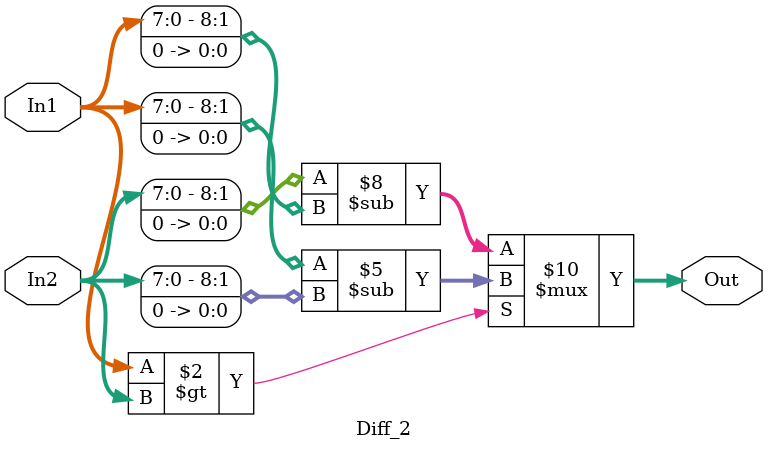
<source format=v>
module Diff_2(     
	input wire 	[7:0]	In1,
	input wire 	[7:0]	In2,
	output wire	[8:0]	Out
);
	always @(*) 
		if (In1 > In2 )
			Out = (In1<<1) - (In2<<1);
		else
			Out = (In2<<1) - (In1<<1);	
endmodule

</source>
